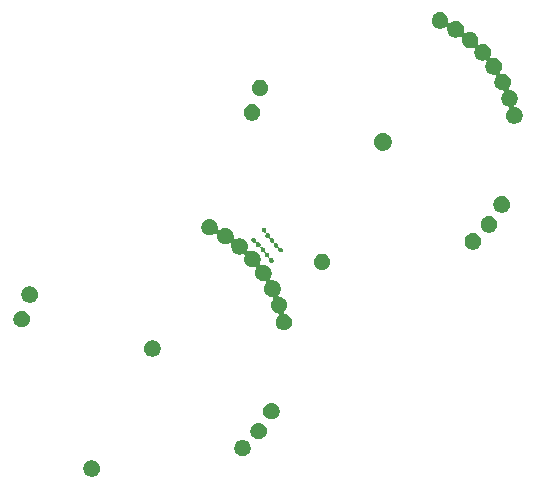
<source format=gbr>
G04 #@! TF.GenerationSoftware,KiCad,Pcbnew,5.0.2-bee76a0~70~ubuntu18.04.1*
G04 #@! TF.CreationDate,2019-06-04T20:48:53+02:00*
G04 #@! TF.ProjectId,lower_Sensor,6c6f7765-725f-4536-956e-736f722e6b69,rev?*
G04 #@! TF.SameCoordinates,Original*
G04 #@! TF.FileFunction,Soldermask,Bot*
G04 #@! TF.FilePolarity,Negative*
%FSLAX46Y46*%
G04 Gerber Fmt 4.6, Leading zero omitted, Abs format (unit mm)*
G04 Created by KiCad (PCBNEW 5.0.2-bee76a0~70~ubuntu18.04.1) date Di 04 Jun 2019 20:48:53 CEST*
%MOMM*%
%LPD*%
G01*
G04 APERTURE LIST*
%ADD10C,0.100000*%
G04 APERTURE END LIST*
D10*
G36*
X105068372Y-89485778D02*
X105195949Y-89538622D01*
X105310765Y-89615340D01*
X105408400Y-89712975D01*
X105485118Y-89827791D01*
X105537962Y-89955368D01*
X105564900Y-90090796D01*
X105564900Y-90228884D01*
X105537962Y-90364312D01*
X105485118Y-90491889D01*
X105408400Y-90606705D01*
X105310765Y-90704340D01*
X105195949Y-90781058D01*
X105068372Y-90833902D01*
X104932944Y-90860840D01*
X104794856Y-90860840D01*
X104659428Y-90833902D01*
X104531851Y-90781058D01*
X104417035Y-90704340D01*
X104319400Y-90606705D01*
X104242682Y-90491889D01*
X104189838Y-90364312D01*
X104162900Y-90228884D01*
X104162900Y-90090796D01*
X104189838Y-89955368D01*
X104242682Y-89827791D01*
X104319400Y-89712975D01*
X104417035Y-89615340D01*
X104531851Y-89538622D01*
X104659428Y-89485778D01*
X104794856Y-89458840D01*
X104932944Y-89458840D01*
X105068372Y-89485778D01*
X105068372Y-89485778D01*
G37*
G36*
X117831872Y-87745878D02*
X117959449Y-87798722D01*
X118074265Y-87875440D01*
X118171900Y-87973075D01*
X118248618Y-88087891D01*
X118301462Y-88215468D01*
X118328400Y-88350896D01*
X118328400Y-88488984D01*
X118301462Y-88624412D01*
X118248618Y-88751989D01*
X118171900Y-88866805D01*
X118074265Y-88964440D01*
X117959449Y-89041158D01*
X117831872Y-89094002D01*
X117696444Y-89120940D01*
X117558356Y-89120940D01*
X117422928Y-89094002D01*
X117295351Y-89041158D01*
X117180535Y-88964440D01*
X117082900Y-88866805D01*
X117006182Y-88751989D01*
X116953338Y-88624412D01*
X116926400Y-88488984D01*
X116926400Y-88350896D01*
X116953338Y-88215468D01*
X117006182Y-88087891D01*
X117082900Y-87973075D01*
X117180535Y-87875440D01*
X117295351Y-87798722D01*
X117422928Y-87745878D01*
X117558356Y-87718940D01*
X117696444Y-87718940D01*
X117831872Y-87745878D01*
X117831872Y-87745878D01*
G37*
G36*
X119193312Y-86310778D02*
X119320889Y-86363622D01*
X119435705Y-86440340D01*
X119533340Y-86537975D01*
X119610058Y-86652791D01*
X119662902Y-86780368D01*
X119689840Y-86915796D01*
X119689840Y-87053884D01*
X119662902Y-87189312D01*
X119610058Y-87316889D01*
X119533340Y-87431705D01*
X119435705Y-87529340D01*
X119320889Y-87606058D01*
X119193312Y-87658902D01*
X119057884Y-87685840D01*
X118919796Y-87685840D01*
X118784368Y-87658902D01*
X118656791Y-87606058D01*
X118541975Y-87529340D01*
X118444340Y-87431705D01*
X118367622Y-87316889D01*
X118314778Y-87189312D01*
X118287840Y-87053884D01*
X118287840Y-86915796D01*
X118314778Y-86780368D01*
X118367622Y-86652791D01*
X118444340Y-86537975D01*
X118541975Y-86440340D01*
X118656791Y-86363622D01*
X118784368Y-86310778D01*
X118919796Y-86283840D01*
X119057884Y-86283840D01*
X119193312Y-86310778D01*
X119193312Y-86310778D01*
G37*
G36*
X120282972Y-84629298D02*
X120410549Y-84682142D01*
X120525365Y-84758860D01*
X120623000Y-84856495D01*
X120699718Y-84971311D01*
X120752562Y-85098888D01*
X120779500Y-85234316D01*
X120779500Y-85372404D01*
X120752562Y-85507832D01*
X120699718Y-85635409D01*
X120623000Y-85750225D01*
X120525365Y-85847860D01*
X120410549Y-85924578D01*
X120282972Y-85977422D01*
X120147544Y-86004360D01*
X120009456Y-86004360D01*
X119874028Y-85977422D01*
X119746451Y-85924578D01*
X119631635Y-85847860D01*
X119534000Y-85750225D01*
X119457282Y-85635409D01*
X119404438Y-85507832D01*
X119377500Y-85372404D01*
X119377500Y-85234316D01*
X119404438Y-85098888D01*
X119457282Y-84971311D01*
X119534000Y-84856495D01*
X119631635Y-84758860D01*
X119746451Y-84682142D01*
X119874028Y-84629298D01*
X120009456Y-84602360D01*
X120147544Y-84602360D01*
X120282972Y-84629298D01*
X120282972Y-84629298D01*
G37*
G36*
X110204472Y-79325938D02*
X110332049Y-79378782D01*
X110446865Y-79455500D01*
X110544500Y-79553135D01*
X110621218Y-79667951D01*
X110674062Y-79795528D01*
X110701000Y-79930956D01*
X110701000Y-80069044D01*
X110674062Y-80204472D01*
X110621218Y-80332049D01*
X110544500Y-80446865D01*
X110446865Y-80544500D01*
X110332049Y-80621218D01*
X110204472Y-80674062D01*
X110069044Y-80701000D01*
X109930956Y-80701000D01*
X109795528Y-80674062D01*
X109667951Y-80621218D01*
X109553135Y-80544500D01*
X109455500Y-80446865D01*
X109378782Y-80332049D01*
X109325938Y-80204472D01*
X109299000Y-80069044D01*
X109299000Y-79930956D01*
X109325938Y-79795528D01*
X109378782Y-79667951D01*
X109455500Y-79553135D01*
X109553135Y-79455500D01*
X109667951Y-79378782D01*
X109795528Y-79325938D01*
X109930956Y-79299000D01*
X110069044Y-79299000D01*
X110204472Y-79325938D01*
X110204472Y-79325938D01*
G37*
G36*
X115040412Y-69051478D02*
X115167989Y-69104322D01*
X115282805Y-69181040D01*
X115380440Y-69278675D01*
X115457158Y-69393491D01*
X115510002Y-69521068D01*
X115536940Y-69656496D01*
X115536940Y-69794585D01*
X115534662Y-69806038D01*
X115532260Y-69830424D01*
X115534662Y-69854810D01*
X115541775Y-69878259D01*
X115553327Y-69899870D01*
X115568872Y-69918812D01*
X115587815Y-69934357D01*
X115609426Y-69945908D01*
X115632875Y-69953021D01*
X115657261Y-69955423D01*
X115681647Y-69953021D01*
X115705096Y-69945908D01*
X115726706Y-69934357D01*
X115839931Y-69858702D01*
X115967508Y-69805858D01*
X116102936Y-69778920D01*
X116241024Y-69778920D01*
X116376452Y-69805858D01*
X116504029Y-69858702D01*
X116618845Y-69935420D01*
X116716480Y-70033055D01*
X116793198Y-70147871D01*
X116846042Y-70275448D01*
X116872980Y-70410876D01*
X116872980Y-70548964D01*
X116859676Y-70615848D01*
X116857274Y-70640234D01*
X116859676Y-70664620D01*
X116866789Y-70688070D01*
X116878340Y-70709680D01*
X116893886Y-70728622D01*
X116912828Y-70744168D01*
X116934439Y-70755719D01*
X116957888Y-70762832D01*
X116982274Y-70765234D01*
X117006660Y-70762832D01*
X117030110Y-70755719D01*
X117040554Y-70750137D01*
X117046431Y-70747703D01*
X117046432Y-70747702D01*
X117138225Y-70709680D01*
X117174008Y-70694858D01*
X117309436Y-70667920D01*
X117447524Y-70667920D01*
X117582952Y-70694858D01*
X117710529Y-70747702D01*
X117825345Y-70824420D01*
X117922980Y-70922055D01*
X117999698Y-71036871D01*
X118052542Y-71164448D01*
X118079480Y-71299876D01*
X118079480Y-71437964D01*
X118052542Y-71573391D01*
X118039367Y-71605199D01*
X118032254Y-71628648D01*
X118029852Y-71653034D01*
X118032254Y-71677421D01*
X118039367Y-71700870D01*
X118050918Y-71722481D01*
X118066463Y-71741423D01*
X118085405Y-71756968D01*
X118107016Y-71768520D01*
X118130465Y-71775633D01*
X118154851Y-71778035D01*
X118179238Y-71775633D01*
X118202687Y-71768520D01*
X118256046Y-71746418D01*
X118391476Y-71719480D01*
X118529564Y-71719480D01*
X118664992Y-71746418D01*
X118792569Y-71799262D01*
X118907385Y-71875980D01*
X119005020Y-71973615D01*
X119081738Y-72088431D01*
X119134582Y-72216008D01*
X119161520Y-72351436D01*
X119161520Y-72489524D01*
X119134582Y-72624954D01*
X119079702Y-72757446D01*
X119072589Y-72780895D01*
X119070187Y-72805281D01*
X119072589Y-72829667D01*
X119079702Y-72853117D01*
X119091253Y-72874727D01*
X119106799Y-72893669D01*
X119125741Y-72909215D01*
X119147352Y-72920766D01*
X119170801Y-72927879D01*
X119195187Y-72930281D01*
X119219573Y-72927879D01*
X119331276Y-72905660D01*
X119469364Y-72905660D01*
X119604792Y-72932598D01*
X119732369Y-72985442D01*
X119847185Y-73062160D01*
X119944820Y-73159795D01*
X120021538Y-73274611D01*
X120074382Y-73402188D01*
X120101320Y-73537616D01*
X120101320Y-73675704D01*
X120074382Y-73811132D01*
X120021538Y-73938709D01*
X119948630Y-74047823D01*
X119937079Y-74069433D01*
X119929966Y-74092883D01*
X119927564Y-74117269D01*
X119929966Y-74141655D01*
X119937079Y-74165104D01*
X119948630Y-74186715D01*
X119964176Y-74205657D01*
X119983118Y-74221203D01*
X120004728Y-74232754D01*
X120028178Y-74239867D01*
X120052564Y-74242269D01*
X120076948Y-74239868D01*
X120093278Y-74236620D01*
X120231364Y-74236620D01*
X120366792Y-74263558D01*
X120494369Y-74316402D01*
X120609185Y-74393120D01*
X120706820Y-74490755D01*
X120783538Y-74605571D01*
X120836382Y-74733148D01*
X120863320Y-74868576D01*
X120863320Y-75006664D01*
X120836382Y-75142092D01*
X120783538Y-75269669D01*
X120706820Y-75384485D01*
X120691393Y-75399912D01*
X120675847Y-75418854D01*
X120664296Y-75440465D01*
X120657183Y-75463914D01*
X120654781Y-75488300D01*
X120657183Y-75512686D01*
X120664296Y-75536135D01*
X120675847Y-75557746D01*
X120691393Y-75576688D01*
X120710335Y-75592234D01*
X120731946Y-75603785D01*
X120755395Y-75610898D01*
X120779781Y-75613300D01*
X120800324Y-75613300D01*
X120935752Y-75640238D01*
X121063329Y-75693082D01*
X121178145Y-75769800D01*
X121275780Y-75867435D01*
X121352498Y-75982251D01*
X121405342Y-76109828D01*
X121432280Y-76245256D01*
X121432280Y-76383344D01*
X121405342Y-76518772D01*
X121352498Y-76646349D01*
X121275780Y-76761165D01*
X121172736Y-76864209D01*
X121157190Y-76883151D01*
X121145639Y-76904762D01*
X121138526Y-76928211D01*
X121136124Y-76952597D01*
X121138526Y-76976983D01*
X121145639Y-77000432D01*
X121157190Y-77022043D01*
X121172736Y-77040985D01*
X121191678Y-77056531D01*
X121213289Y-77068082D01*
X121236738Y-77075195D01*
X121339611Y-77095658D01*
X121339613Y-77095659D01*
X121339614Y-77095659D01*
X121367083Y-77107037D01*
X121467189Y-77148502D01*
X121582005Y-77225220D01*
X121679640Y-77322855D01*
X121756358Y-77437671D01*
X121809202Y-77565248D01*
X121836140Y-77700676D01*
X121836140Y-77838764D01*
X121809202Y-77974192D01*
X121756358Y-78101769D01*
X121679640Y-78216585D01*
X121582005Y-78314220D01*
X121467189Y-78390938D01*
X121339612Y-78443782D01*
X121204184Y-78470720D01*
X121066096Y-78470720D01*
X120930668Y-78443782D01*
X120803091Y-78390938D01*
X120688275Y-78314220D01*
X120590640Y-78216585D01*
X120513922Y-78101769D01*
X120461078Y-77974192D01*
X120434140Y-77838764D01*
X120434140Y-77700676D01*
X120461078Y-77565248D01*
X120513922Y-77437671D01*
X120590640Y-77322855D01*
X120693684Y-77219811D01*
X120709230Y-77200869D01*
X120720781Y-77179258D01*
X120727894Y-77155809D01*
X120730296Y-77131423D01*
X120727894Y-77107037D01*
X120720781Y-77083588D01*
X120709230Y-77061977D01*
X120693684Y-77043035D01*
X120674742Y-77027489D01*
X120653131Y-77015938D01*
X120629682Y-77008825D01*
X120526809Y-76988362D01*
X120526807Y-76988361D01*
X120526806Y-76988361D01*
X120479682Y-76968841D01*
X120399231Y-76935518D01*
X120284415Y-76858800D01*
X120186780Y-76761165D01*
X120110062Y-76646349D01*
X120057218Y-76518772D01*
X120030280Y-76383344D01*
X120030280Y-76245256D01*
X120057218Y-76109828D01*
X120110062Y-75982251D01*
X120186780Y-75867435D01*
X120202207Y-75852008D01*
X120217753Y-75833066D01*
X120229304Y-75811455D01*
X120236417Y-75788006D01*
X120238819Y-75763620D01*
X120236417Y-75739234D01*
X120229304Y-75715785D01*
X120217753Y-75694174D01*
X120202207Y-75675232D01*
X120183265Y-75659686D01*
X120161654Y-75648135D01*
X120138205Y-75641022D01*
X120113819Y-75638620D01*
X120093276Y-75638620D01*
X119957848Y-75611682D01*
X119830271Y-75558838D01*
X119715455Y-75482120D01*
X119617820Y-75384485D01*
X119541102Y-75269669D01*
X119488258Y-75142092D01*
X119461320Y-75006664D01*
X119461320Y-74868576D01*
X119488258Y-74733148D01*
X119541102Y-74605571D01*
X119614010Y-74496457D01*
X119625561Y-74474847D01*
X119632674Y-74451397D01*
X119635076Y-74427011D01*
X119632674Y-74402625D01*
X119625561Y-74379176D01*
X119614010Y-74357565D01*
X119598464Y-74338623D01*
X119579522Y-74323077D01*
X119557912Y-74311526D01*
X119534462Y-74304413D01*
X119510076Y-74302011D01*
X119485692Y-74304412D01*
X119469362Y-74307660D01*
X119331276Y-74307660D01*
X119195848Y-74280722D01*
X119068271Y-74227878D01*
X118953455Y-74151160D01*
X118855820Y-74053525D01*
X118779102Y-73938709D01*
X118726258Y-73811132D01*
X118699320Y-73675704D01*
X118699320Y-73537616D01*
X118726258Y-73402186D01*
X118781138Y-73269694D01*
X118788251Y-73246245D01*
X118790653Y-73221859D01*
X118788251Y-73197473D01*
X118781138Y-73174023D01*
X118769587Y-73152413D01*
X118754041Y-73133471D01*
X118735099Y-73117925D01*
X118713488Y-73106374D01*
X118690039Y-73099261D01*
X118665653Y-73096859D01*
X118641267Y-73099261D01*
X118529564Y-73121480D01*
X118391476Y-73121480D01*
X118256048Y-73094542D01*
X118128471Y-73041698D01*
X118013655Y-72964980D01*
X117916020Y-72867345D01*
X117839302Y-72752529D01*
X117786458Y-72624952D01*
X117759520Y-72489524D01*
X117759520Y-72351436D01*
X117786458Y-72216009D01*
X117787409Y-72213714D01*
X117799633Y-72184201D01*
X117806746Y-72160752D01*
X117809148Y-72136366D01*
X117806746Y-72111979D01*
X117799633Y-72088530D01*
X117788082Y-72066919D01*
X117772537Y-72047977D01*
X117753595Y-72032432D01*
X117731984Y-72020880D01*
X117708535Y-72013767D01*
X117684149Y-72011365D01*
X117659762Y-72013767D01*
X117636313Y-72020880D01*
X117582954Y-72042982D01*
X117447524Y-72069920D01*
X117309436Y-72069920D01*
X117174008Y-72042982D01*
X117046431Y-71990138D01*
X116931615Y-71913420D01*
X116833980Y-71815785D01*
X116757262Y-71700969D01*
X116704418Y-71573392D01*
X116677480Y-71437964D01*
X116677480Y-71299876D01*
X116690784Y-71232992D01*
X116693186Y-71208606D01*
X116690784Y-71184220D01*
X116683671Y-71160770D01*
X116672120Y-71139160D01*
X116656574Y-71120218D01*
X116637632Y-71104672D01*
X116616021Y-71093121D01*
X116592572Y-71086008D01*
X116568186Y-71083606D01*
X116543800Y-71086008D01*
X116520350Y-71093121D01*
X116509906Y-71098703D01*
X116504029Y-71101137D01*
X116504028Y-71101138D01*
X116495496Y-71104672D01*
X116376452Y-71153982D01*
X116241024Y-71180920D01*
X116102936Y-71180920D01*
X115967508Y-71153982D01*
X115839931Y-71101138D01*
X115725115Y-71024420D01*
X115627480Y-70926785D01*
X115550762Y-70811969D01*
X115497918Y-70684392D01*
X115470980Y-70548964D01*
X115470980Y-70410875D01*
X115473258Y-70399422D01*
X115475660Y-70375036D01*
X115473258Y-70350650D01*
X115466145Y-70327201D01*
X115454593Y-70305590D01*
X115439048Y-70286648D01*
X115420105Y-70271103D01*
X115398494Y-70259552D01*
X115375045Y-70252439D01*
X115350659Y-70250037D01*
X115326273Y-70252439D01*
X115302824Y-70259552D01*
X115281214Y-70271103D01*
X115167989Y-70346758D01*
X115040412Y-70399602D01*
X114904984Y-70426540D01*
X114766896Y-70426540D01*
X114631468Y-70399602D01*
X114503891Y-70346758D01*
X114389075Y-70270040D01*
X114291440Y-70172405D01*
X114214722Y-70057589D01*
X114161878Y-69930012D01*
X114134940Y-69794584D01*
X114134940Y-69656496D01*
X114161878Y-69521068D01*
X114214722Y-69393491D01*
X114291440Y-69278675D01*
X114389075Y-69181040D01*
X114503891Y-69104322D01*
X114631468Y-69051478D01*
X114766896Y-69024540D01*
X114904984Y-69024540D01*
X115040412Y-69051478D01*
X115040412Y-69051478D01*
G37*
G36*
X99132392Y-76831498D02*
X99259969Y-76884342D01*
X99374785Y-76961060D01*
X99472420Y-77058695D01*
X99549138Y-77173511D01*
X99601982Y-77301088D01*
X99628920Y-77436516D01*
X99628920Y-77574604D01*
X99601982Y-77710032D01*
X99549138Y-77837609D01*
X99472420Y-77952425D01*
X99374785Y-78050060D01*
X99259969Y-78126778D01*
X99132392Y-78179622D01*
X98996964Y-78206560D01*
X98858876Y-78206560D01*
X98723448Y-78179622D01*
X98595871Y-78126778D01*
X98481055Y-78050060D01*
X98383420Y-77952425D01*
X98306702Y-77837609D01*
X98253858Y-77710032D01*
X98226920Y-77574604D01*
X98226920Y-77436516D01*
X98253858Y-77301088D01*
X98306702Y-77173511D01*
X98383420Y-77058695D01*
X98481055Y-76961060D01*
X98595871Y-76884342D01*
X98723448Y-76831498D01*
X98858876Y-76804560D01*
X98996964Y-76804560D01*
X99132392Y-76831498D01*
X99132392Y-76831498D01*
G37*
G36*
X99815652Y-74756318D02*
X99943229Y-74809162D01*
X100058045Y-74885880D01*
X100155680Y-74983515D01*
X100232398Y-75098331D01*
X100285242Y-75225908D01*
X100312180Y-75361336D01*
X100312180Y-75499424D01*
X100285242Y-75634852D01*
X100232398Y-75762429D01*
X100155680Y-75877245D01*
X100058045Y-75974880D01*
X99943229Y-76051598D01*
X99815652Y-76104442D01*
X99680224Y-76131380D01*
X99542136Y-76131380D01*
X99406708Y-76104442D01*
X99279131Y-76051598D01*
X99164315Y-75974880D01*
X99066680Y-75877245D01*
X98989962Y-75762429D01*
X98937118Y-75634852D01*
X98910180Y-75499424D01*
X98910180Y-75361336D01*
X98937118Y-75225908D01*
X98989962Y-75098331D01*
X99066680Y-74983515D01*
X99164315Y-74885880D01*
X99279131Y-74809162D01*
X99406708Y-74756318D01*
X99542136Y-74729380D01*
X99680224Y-74729380D01*
X99815652Y-74756318D01*
X99815652Y-74756318D01*
G37*
G36*
X124568372Y-71985778D02*
X124695949Y-72038622D01*
X124810765Y-72115340D01*
X124908400Y-72212975D01*
X124985118Y-72327791D01*
X125037962Y-72455368D01*
X125064900Y-72590796D01*
X125064900Y-72728884D01*
X125037962Y-72864312D01*
X124985118Y-72991889D01*
X124908400Y-73106705D01*
X124810765Y-73204340D01*
X124695949Y-73281058D01*
X124568372Y-73333902D01*
X124432944Y-73360840D01*
X124294856Y-73360840D01*
X124159428Y-73333902D01*
X124031851Y-73281058D01*
X123917035Y-73204340D01*
X123819400Y-73106705D01*
X123742682Y-72991889D01*
X123689838Y-72864312D01*
X123662900Y-72728884D01*
X123662900Y-72590796D01*
X123689838Y-72455368D01*
X123742682Y-72327791D01*
X123819400Y-72212975D01*
X123917035Y-72115340D01*
X124031851Y-72038622D01*
X124159428Y-71985778D01*
X124294856Y-71958840D01*
X124432944Y-71958840D01*
X124568372Y-71985778D01*
X124568372Y-71985778D01*
G37*
G36*
X118598402Y-70627536D02*
X118633846Y-70634586D01*
X118670425Y-70649738D01*
X118670427Y-70649739D01*
X118676699Y-70653930D01*
X118692698Y-70664620D01*
X118703347Y-70671736D01*
X118731342Y-70699731D01*
X118749866Y-70727453D01*
X118753340Y-70732653D01*
X118768492Y-70769232D01*
X118776216Y-70808065D01*
X118776216Y-70847659D01*
X118770791Y-70874932D01*
X118768390Y-70899311D01*
X118770792Y-70923697D01*
X118777905Y-70947146D01*
X118789456Y-70968757D01*
X118805001Y-70987700D01*
X118823943Y-71003245D01*
X118845553Y-71014796D01*
X118869003Y-71021910D01*
X118893389Y-71024312D01*
X118917776Y-71021910D01*
X118947252Y-71016047D01*
X118986848Y-71016047D01*
X118996555Y-71017978D01*
X119025680Y-71023771D01*
X119062259Y-71038923D01*
X119062261Y-71038924D01*
X119077131Y-71048860D01*
X119095180Y-71060920D01*
X119123177Y-71088917D01*
X119131343Y-71101138D01*
X119144469Y-71120782D01*
X119145174Y-71121838D01*
X119160326Y-71158417D01*
X119168050Y-71197250D01*
X119168050Y-71236844D01*
X119160327Y-71275674D01*
X119160326Y-71275676D01*
X119158624Y-71279785D01*
X119151510Y-71303234D01*
X119149108Y-71327620D01*
X119151509Y-71352006D01*
X119158622Y-71375455D01*
X119170173Y-71397066D01*
X119185718Y-71416009D01*
X119204660Y-71431554D01*
X119226271Y-71443106D01*
X119249720Y-71450220D01*
X119274106Y-71452622D01*
X119298493Y-71450220D01*
X119326829Y-71444584D01*
X119366426Y-71444584D01*
X119376133Y-71446515D01*
X119405258Y-71452308D01*
X119441837Y-71467460D01*
X119441839Y-71467461D01*
X119450664Y-71473358D01*
X119472533Y-71487970D01*
X119474759Y-71489458D01*
X119502754Y-71517453D01*
X119522370Y-71546809D01*
X119524752Y-71550375D01*
X119539904Y-71586954D01*
X119547628Y-71625787D01*
X119547628Y-71665381D01*
X119539905Y-71704211D01*
X119539904Y-71704213D01*
X119534785Y-71716571D01*
X119527671Y-71740020D01*
X119525269Y-71764406D01*
X119527670Y-71788792D01*
X119534783Y-71812241D01*
X119546334Y-71833853D01*
X119561879Y-71852795D01*
X119580821Y-71868341D01*
X119602432Y-71879892D01*
X119625881Y-71887006D01*
X119650267Y-71889408D01*
X119674652Y-71887006D01*
X119686831Y-71884584D01*
X119726426Y-71884584D01*
X119736133Y-71886515D01*
X119765258Y-71892308D01*
X119801837Y-71907460D01*
X119801839Y-71907461D01*
X119834759Y-71929458D01*
X119862754Y-71957453D01*
X119881681Y-71985778D01*
X119884752Y-71990375D01*
X119899904Y-72026954D01*
X119907628Y-72065787D01*
X119907628Y-72105381D01*
X119899904Y-72144214D01*
X119885756Y-72178368D01*
X119878643Y-72201817D01*
X119876241Y-72226203D01*
X119878643Y-72250590D01*
X119885756Y-72274039D01*
X119897307Y-72295650D01*
X119912852Y-72314592D01*
X119931794Y-72330137D01*
X119953405Y-72341689D01*
X119976854Y-72348802D01*
X120001240Y-72351204D01*
X120025620Y-72348803D01*
X120046831Y-72344584D01*
X120086426Y-72344584D01*
X120096133Y-72346515D01*
X120125258Y-72352308D01*
X120161837Y-72367460D01*
X120161839Y-72367461D01*
X120178410Y-72378534D01*
X120194758Y-72389457D01*
X120222755Y-72417454D01*
X120244752Y-72450375D01*
X120259904Y-72486954D01*
X120267628Y-72525787D01*
X120267628Y-72565381D01*
X120259904Y-72604214D01*
X120244752Y-72640793D01*
X120244751Y-72640795D01*
X120222754Y-72673715D01*
X120194759Y-72701710D01*
X120161839Y-72723707D01*
X120161838Y-72723708D01*
X120161837Y-72723708D01*
X120125258Y-72738860D01*
X120096133Y-72744653D01*
X120086426Y-72746584D01*
X120046830Y-72746584D01*
X120037123Y-72744653D01*
X120007998Y-72738860D01*
X119971419Y-72723708D01*
X119971418Y-72723708D01*
X119971417Y-72723707D01*
X119938497Y-72701710D01*
X119910502Y-72673715D01*
X119888505Y-72640795D01*
X119888504Y-72640793D01*
X119873352Y-72604214D01*
X119865628Y-72565381D01*
X119865628Y-72525787D01*
X119873352Y-72486954D01*
X119887501Y-72452795D01*
X119894613Y-72429351D01*
X119897015Y-72404965D01*
X119894613Y-72380578D01*
X119887500Y-72357129D01*
X119875949Y-72335518D01*
X119860404Y-72316576D01*
X119841462Y-72301031D01*
X119819851Y-72289479D01*
X119796402Y-72282366D01*
X119772016Y-72279964D01*
X119747636Y-72282365D01*
X119726425Y-72286584D01*
X119686830Y-72286584D01*
X119677123Y-72284653D01*
X119647998Y-72278860D01*
X119611419Y-72263708D01*
X119611418Y-72263708D01*
X119611417Y-72263707D01*
X119594846Y-72252634D01*
X119578498Y-72241711D01*
X119550501Y-72213714D01*
X119528504Y-72180793D01*
X119513352Y-72144214D01*
X119505628Y-72105381D01*
X119505628Y-72065787D01*
X119513352Y-72026954D01*
X119518472Y-72014593D01*
X119525585Y-71991148D01*
X119527987Y-71966762D01*
X119525586Y-71942376D01*
X119518473Y-71918927D01*
X119506922Y-71897315D01*
X119491377Y-71878373D01*
X119472435Y-71862827D01*
X119450824Y-71851276D01*
X119427375Y-71844162D01*
X119402989Y-71841760D01*
X119378604Y-71844162D01*
X119366425Y-71846584D01*
X119326830Y-71846584D01*
X119314654Y-71844162D01*
X119287998Y-71838860D01*
X119251419Y-71823708D01*
X119251418Y-71823708D01*
X119251417Y-71823707D01*
X119218497Y-71801710D01*
X119190502Y-71773715D01*
X119187031Y-71768520D01*
X119168504Y-71740793D01*
X119153352Y-71704214D01*
X119145628Y-71665381D01*
X119145628Y-71625787D01*
X119153352Y-71586954D01*
X119155055Y-71582843D01*
X119162168Y-71559397D01*
X119164570Y-71535011D01*
X119162169Y-71510625D01*
X119155056Y-71487176D01*
X119143505Y-71465565D01*
X119127960Y-71446622D01*
X119109018Y-71431077D01*
X119087407Y-71419525D01*
X119063958Y-71412411D01*
X119039572Y-71410009D01*
X119015185Y-71412411D01*
X118986849Y-71418047D01*
X118947252Y-71418047D01*
X118937007Y-71416009D01*
X118908420Y-71410323D01*
X118871841Y-71395171D01*
X118871840Y-71395171D01*
X118871839Y-71395170D01*
X118838919Y-71373173D01*
X118810924Y-71345178D01*
X118804483Y-71335538D01*
X118788926Y-71312256D01*
X118773774Y-71275677D01*
X118766050Y-71236844D01*
X118766050Y-71197250D01*
X118771475Y-71169977D01*
X118773876Y-71145598D01*
X118771474Y-71121212D01*
X118764361Y-71097763D01*
X118752810Y-71076152D01*
X118737265Y-71057209D01*
X118718323Y-71041664D01*
X118696713Y-71030113D01*
X118673263Y-71022999D01*
X118648877Y-71020597D01*
X118624490Y-71022999D01*
X118595014Y-71028862D01*
X118555418Y-71028862D01*
X118545711Y-71026931D01*
X118516586Y-71021138D01*
X118480007Y-71005986D01*
X118480006Y-71005986D01*
X118480005Y-71005985D01*
X118447085Y-70983988D01*
X118419090Y-70955993D01*
X118416870Y-70952670D01*
X118408166Y-70939644D01*
X118397093Y-70923073D01*
X118397092Y-70923071D01*
X118381940Y-70886492D01*
X118374216Y-70847659D01*
X118374216Y-70808065D01*
X118381940Y-70769232D01*
X118397092Y-70732653D01*
X118400567Y-70727453D01*
X118419090Y-70699731D01*
X118447085Y-70671736D01*
X118457735Y-70664620D01*
X118473733Y-70653930D01*
X118480005Y-70649739D01*
X118480007Y-70649738D01*
X118516586Y-70634586D01*
X118552030Y-70627536D01*
X118555418Y-70626862D01*
X118595014Y-70626862D01*
X118598402Y-70627536D01*
X118598402Y-70627536D01*
G37*
G36*
X119477369Y-69781727D02*
X119506494Y-69787520D01*
X119543073Y-69802672D01*
X119543075Y-69802673D01*
X119547843Y-69805859D01*
X119575994Y-69824669D01*
X119603991Y-69852666D01*
X119625988Y-69885587D01*
X119641140Y-69922166D01*
X119648864Y-69960999D01*
X119648864Y-70000593D01*
X119641140Y-70039426D01*
X119633617Y-70057588D01*
X119632442Y-70060423D01*
X119625328Y-70083872D01*
X119622926Y-70108258D01*
X119625327Y-70132644D01*
X119632440Y-70156093D01*
X119643991Y-70177704D01*
X119659536Y-70196647D01*
X119678478Y-70212192D01*
X119700089Y-70223744D01*
X119723538Y-70230858D01*
X119747926Y-70233260D01*
X119782894Y-70233260D01*
X119792601Y-70235191D01*
X119821726Y-70240984D01*
X119858305Y-70256136D01*
X119858307Y-70256137D01*
X119874878Y-70267210D01*
X119887208Y-70275448D01*
X119891227Y-70278134D01*
X119919222Y-70306129D01*
X119935964Y-70331184D01*
X119941220Y-70339051D01*
X119956372Y-70375630D01*
X119961104Y-70399422D01*
X119964096Y-70414462D01*
X119964096Y-70454058D01*
X119954385Y-70502880D01*
X119953148Y-70506959D01*
X119950749Y-70531346D01*
X119953154Y-70555732D01*
X119960271Y-70579180D01*
X119971825Y-70600789D01*
X119987373Y-70619729D01*
X120006317Y-70635272D01*
X120027929Y-70646820D01*
X120051379Y-70653930D01*
X120075766Y-70656329D01*
X120093466Y-70654584D01*
X120136426Y-70654584D01*
X120145198Y-70656329D01*
X120175258Y-70662308D01*
X120211837Y-70677460D01*
X120211839Y-70677461D01*
X120222212Y-70684392D01*
X120244758Y-70699457D01*
X120272755Y-70727454D01*
X120294752Y-70760375D01*
X120309904Y-70796954D01*
X120315367Y-70824418D01*
X120317628Y-70835786D01*
X120317628Y-70875382D01*
X120307917Y-70924204D01*
X120306680Y-70928283D01*
X120304281Y-70952670D01*
X120306686Y-70977056D01*
X120313803Y-71000504D01*
X120325357Y-71022113D01*
X120340905Y-71041053D01*
X120359849Y-71056596D01*
X120381461Y-71068144D01*
X120404911Y-71075254D01*
X120429298Y-71077653D01*
X120447003Y-71075908D01*
X120489959Y-71075908D01*
X120498731Y-71077653D01*
X120528791Y-71083632D01*
X120562905Y-71097763D01*
X120565372Y-71098785D01*
X120568893Y-71101138D01*
X120598291Y-71120781D01*
X120626288Y-71148778D01*
X120634301Y-71160770D01*
X120647765Y-71180920D01*
X120648285Y-71181699D01*
X120663437Y-71218278D01*
X120671161Y-71257111D01*
X120671161Y-71296705D01*
X120665736Y-71323978D01*
X120663335Y-71348357D01*
X120665737Y-71372743D01*
X120672850Y-71396192D01*
X120684401Y-71417803D01*
X120699946Y-71436746D01*
X120718888Y-71452291D01*
X120740498Y-71463842D01*
X120763948Y-71470956D01*
X120788334Y-71473358D01*
X120812717Y-71470957D01*
X120842200Y-71465093D01*
X120881795Y-71465093D01*
X120891502Y-71467024D01*
X120920627Y-71472817D01*
X120957206Y-71487969D01*
X120957208Y-71487970D01*
X120973779Y-71499043D01*
X120990127Y-71509966D01*
X121018124Y-71537963D01*
X121040121Y-71570884D01*
X121055273Y-71607463D01*
X121062997Y-71646296D01*
X121062997Y-71685890D01*
X121055273Y-71724723D01*
X121040121Y-71761302D01*
X121018124Y-71794223D01*
X120990127Y-71822220D01*
X120987900Y-71823708D01*
X120957208Y-71844216D01*
X120957207Y-71844217D01*
X120957206Y-71844217D01*
X120920627Y-71859369D01*
X120891502Y-71865162D01*
X120881795Y-71867093D01*
X120842199Y-71867093D01*
X120832492Y-71865162D01*
X120803367Y-71859369D01*
X120766788Y-71844217D01*
X120766787Y-71844217D01*
X120766786Y-71844216D01*
X120736094Y-71823708D01*
X120733867Y-71822220D01*
X120705870Y-71794223D01*
X120683873Y-71761302D01*
X120668721Y-71724723D01*
X120660997Y-71685890D01*
X120660997Y-71646296D01*
X120666422Y-71619023D01*
X120668823Y-71594644D01*
X120666421Y-71570258D01*
X120659308Y-71546809D01*
X120647757Y-71525198D01*
X120632212Y-71506255D01*
X120613270Y-71490710D01*
X120591660Y-71479159D01*
X120568210Y-71472045D01*
X120543824Y-71469643D01*
X120519441Y-71472044D01*
X120489958Y-71477908D01*
X120450363Y-71477908D01*
X120440656Y-71475977D01*
X120411531Y-71470184D01*
X120374952Y-71455032D01*
X120374951Y-71455032D01*
X120374950Y-71455031D01*
X120342030Y-71433034D01*
X120314035Y-71405039D01*
X120307441Y-71395170D01*
X120292743Y-71373174D01*
X120292038Y-71372119D01*
X120289837Y-71366805D01*
X120276885Y-71335538D01*
X120269161Y-71296705D01*
X120269161Y-71257111D01*
X120276885Y-71218278D01*
X120278872Y-71208288D01*
X120280109Y-71204209D01*
X120282508Y-71179822D01*
X120280103Y-71155436D01*
X120272986Y-71131988D01*
X120261432Y-71110379D01*
X120245884Y-71091439D01*
X120226940Y-71075896D01*
X120205328Y-71064348D01*
X120181878Y-71057238D01*
X120157491Y-71054839D01*
X120139786Y-71056584D01*
X120096830Y-71056584D01*
X120087123Y-71054653D01*
X120057998Y-71048860D01*
X120021419Y-71033708D01*
X120021418Y-71033708D01*
X120021417Y-71033707D01*
X120001797Y-71020597D01*
X119988498Y-71011711D01*
X119960501Y-70983714D01*
X119949578Y-70967366D01*
X119938505Y-70950795D01*
X119938504Y-70950793D01*
X119923352Y-70914214D01*
X119915628Y-70875381D01*
X119915628Y-70835787D01*
X119923352Y-70796954D01*
X119925339Y-70786964D01*
X119926576Y-70782885D01*
X119928975Y-70758498D01*
X119926570Y-70734112D01*
X119919453Y-70710664D01*
X119907899Y-70689055D01*
X119892351Y-70670115D01*
X119873407Y-70654572D01*
X119851795Y-70643024D01*
X119828345Y-70635914D01*
X119803958Y-70633515D01*
X119786258Y-70635260D01*
X119743298Y-70635260D01*
X119733591Y-70633329D01*
X119704466Y-70627536D01*
X119667887Y-70612384D01*
X119667886Y-70612384D01*
X119667885Y-70612383D01*
X119634965Y-70590386D01*
X119606970Y-70562391D01*
X119584973Y-70529471D01*
X119584972Y-70529469D01*
X119569820Y-70492890D01*
X119562096Y-70454057D01*
X119562096Y-70414463D01*
X119569820Y-70375630D01*
X119578519Y-70354629D01*
X119585632Y-70331184D01*
X119588034Y-70306798D01*
X119585633Y-70282412D01*
X119578520Y-70258963D01*
X119566969Y-70237352D01*
X119551424Y-70218409D01*
X119532482Y-70202864D01*
X119510871Y-70191312D01*
X119487422Y-70184198D01*
X119463034Y-70181796D01*
X119428066Y-70181796D01*
X119418359Y-70179865D01*
X119389234Y-70174072D01*
X119352655Y-70158920D01*
X119352654Y-70158920D01*
X119352653Y-70158919D01*
X119319733Y-70136922D01*
X119291738Y-70108927D01*
X119269741Y-70076007D01*
X119262112Y-70057589D01*
X119254588Y-70039426D01*
X119246864Y-70000593D01*
X119246864Y-69960999D01*
X119254588Y-69922166D01*
X119269740Y-69885587D01*
X119291737Y-69852666D01*
X119319734Y-69824669D01*
X119347885Y-69805859D01*
X119352653Y-69802673D01*
X119352655Y-69802672D01*
X119389234Y-69787520D01*
X119418359Y-69781727D01*
X119428066Y-69779796D01*
X119467662Y-69779796D01*
X119477369Y-69781727D01*
X119477369Y-69781727D01*
G37*
G36*
X137331872Y-70245878D02*
X137459449Y-70298722D01*
X137574265Y-70375440D01*
X137671900Y-70473075D01*
X137748618Y-70587891D01*
X137801462Y-70715468D01*
X137828400Y-70850896D01*
X137828400Y-70988984D01*
X137801462Y-71124412D01*
X137748618Y-71251989D01*
X137671900Y-71366805D01*
X137574265Y-71464440D01*
X137459449Y-71541158D01*
X137331872Y-71594002D01*
X137196444Y-71620940D01*
X137058356Y-71620940D01*
X136922928Y-71594002D01*
X136795351Y-71541158D01*
X136680535Y-71464440D01*
X136582900Y-71366805D01*
X136506182Y-71251989D01*
X136453338Y-71124412D01*
X136426400Y-70988984D01*
X136426400Y-70850896D01*
X136453338Y-70715468D01*
X136506182Y-70587891D01*
X136582900Y-70473075D01*
X136680535Y-70375440D01*
X136795351Y-70298722D01*
X136922928Y-70245878D01*
X137058356Y-70218940D01*
X137196444Y-70218940D01*
X137331872Y-70245878D01*
X137331872Y-70245878D01*
G37*
G36*
X138693312Y-68810778D02*
X138820889Y-68863622D01*
X138935705Y-68940340D01*
X139033340Y-69037975D01*
X139110058Y-69152791D01*
X139162902Y-69280368D01*
X139189840Y-69415796D01*
X139189840Y-69553884D01*
X139162902Y-69689312D01*
X139110058Y-69816889D01*
X139033340Y-69931705D01*
X138935705Y-70029340D01*
X138820889Y-70106058D01*
X138693312Y-70158902D01*
X138557884Y-70185840D01*
X138419796Y-70185840D01*
X138284368Y-70158902D01*
X138156791Y-70106058D01*
X138041975Y-70029340D01*
X137944340Y-69931705D01*
X137867622Y-69816889D01*
X137814778Y-69689312D01*
X137787840Y-69553884D01*
X137787840Y-69415796D01*
X137814778Y-69280368D01*
X137867622Y-69152791D01*
X137944340Y-69037975D01*
X138041975Y-68940340D01*
X138156791Y-68863622D01*
X138284368Y-68810778D01*
X138419796Y-68783840D01*
X138557884Y-68783840D01*
X138693312Y-68810778D01*
X138693312Y-68810778D01*
G37*
G36*
X139782972Y-67129298D02*
X139910549Y-67182142D01*
X140025365Y-67258860D01*
X140123000Y-67356495D01*
X140199718Y-67471311D01*
X140252562Y-67598888D01*
X140279500Y-67734316D01*
X140279500Y-67872404D01*
X140252562Y-68007832D01*
X140199718Y-68135409D01*
X140123000Y-68250225D01*
X140025365Y-68347860D01*
X139910549Y-68424578D01*
X139782972Y-68477422D01*
X139647544Y-68504360D01*
X139509456Y-68504360D01*
X139374028Y-68477422D01*
X139246451Y-68424578D01*
X139131635Y-68347860D01*
X139034000Y-68250225D01*
X138957282Y-68135409D01*
X138904438Y-68007832D01*
X138877500Y-67872404D01*
X138877500Y-67734316D01*
X138904438Y-67598888D01*
X138957282Y-67471311D01*
X139034000Y-67356495D01*
X139131635Y-67258860D01*
X139246451Y-67182142D01*
X139374028Y-67129298D01*
X139509456Y-67102360D01*
X139647544Y-67102360D01*
X139782972Y-67129298D01*
X139782972Y-67129298D01*
G37*
G36*
X129632004Y-61760544D02*
X129719059Y-61777860D01*
X129855732Y-61834472D01*
X129855733Y-61834473D01*
X129978738Y-61916662D01*
X130083338Y-62021262D01*
X130083340Y-62021265D01*
X130165528Y-62144268D01*
X130222140Y-62280941D01*
X130251000Y-62426033D01*
X130251000Y-62573967D01*
X130222140Y-62719059D01*
X130165528Y-62855732D01*
X130165527Y-62855733D01*
X130083338Y-62978738D01*
X129978738Y-63083338D01*
X129978735Y-63083340D01*
X129855732Y-63165528D01*
X129719059Y-63222140D01*
X129632004Y-63239456D01*
X129573969Y-63251000D01*
X129426031Y-63251000D01*
X129367996Y-63239456D01*
X129280941Y-63222140D01*
X129144268Y-63165528D01*
X129021265Y-63083340D01*
X129021262Y-63083338D01*
X128916662Y-62978738D01*
X128834473Y-62855733D01*
X128834472Y-62855732D01*
X128777860Y-62719059D01*
X128749000Y-62573967D01*
X128749000Y-62426033D01*
X128777860Y-62280941D01*
X128834472Y-62144268D01*
X128916660Y-62021265D01*
X128916662Y-62021262D01*
X129021262Y-61916662D01*
X129144267Y-61834473D01*
X129144268Y-61834472D01*
X129280941Y-61777860D01*
X129367996Y-61760544D01*
X129426031Y-61749000D01*
X129573969Y-61749000D01*
X129632004Y-61760544D01*
X129632004Y-61760544D01*
G37*
G36*
X134540412Y-51551478D02*
X134667989Y-51604322D01*
X134782805Y-51681040D01*
X134880440Y-51778675D01*
X134957158Y-51893491D01*
X135010002Y-52021068D01*
X135036940Y-52156496D01*
X135036940Y-52294585D01*
X135034662Y-52306038D01*
X135032260Y-52330424D01*
X135034662Y-52354810D01*
X135041775Y-52378259D01*
X135053327Y-52399870D01*
X135068872Y-52418812D01*
X135087815Y-52434357D01*
X135109426Y-52445908D01*
X135132875Y-52453021D01*
X135157261Y-52455423D01*
X135181647Y-52453021D01*
X135205096Y-52445908D01*
X135226706Y-52434357D01*
X135339931Y-52358702D01*
X135467508Y-52305858D01*
X135602936Y-52278920D01*
X135741024Y-52278920D01*
X135876452Y-52305858D01*
X136004029Y-52358702D01*
X136118845Y-52435420D01*
X136216480Y-52533055D01*
X136293198Y-52647871D01*
X136346042Y-52775448D01*
X136372980Y-52910876D01*
X136372980Y-53048964D01*
X136359676Y-53115848D01*
X136357274Y-53140234D01*
X136359676Y-53164620D01*
X136366789Y-53188070D01*
X136378340Y-53209680D01*
X136393886Y-53228622D01*
X136412828Y-53244168D01*
X136434439Y-53255719D01*
X136457888Y-53262832D01*
X136482274Y-53265234D01*
X136506660Y-53262832D01*
X136530110Y-53255719D01*
X136540554Y-53250137D01*
X136546431Y-53247703D01*
X136546432Y-53247702D01*
X136674006Y-53194859D01*
X136674005Y-53194859D01*
X136674008Y-53194858D01*
X136809436Y-53167920D01*
X136947524Y-53167920D01*
X137082952Y-53194858D01*
X137210529Y-53247702D01*
X137325345Y-53324420D01*
X137422980Y-53422055D01*
X137499698Y-53536871D01*
X137552542Y-53664448D01*
X137579480Y-53799876D01*
X137579480Y-53937964D01*
X137552542Y-54073391D01*
X137539367Y-54105199D01*
X137532254Y-54128648D01*
X137529852Y-54153034D01*
X137532254Y-54177421D01*
X137539367Y-54200870D01*
X137550918Y-54222481D01*
X137566463Y-54241423D01*
X137585405Y-54256968D01*
X137607016Y-54268520D01*
X137630465Y-54275633D01*
X137654851Y-54278035D01*
X137679238Y-54275633D01*
X137702687Y-54268520D01*
X137756046Y-54246418D01*
X137891476Y-54219480D01*
X138029564Y-54219480D01*
X138164992Y-54246418D01*
X138292569Y-54299262D01*
X138407385Y-54375980D01*
X138505020Y-54473615D01*
X138581738Y-54588431D01*
X138634582Y-54716008D01*
X138661520Y-54851436D01*
X138661520Y-54989524D01*
X138634582Y-55124954D01*
X138579702Y-55257446D01*
X138572589Y-55280895D01*
X138570187Y-55305281D01*
X138572589Y-55329667D01*
X138579702Y-55353117D01*
X138591253Y-55374727D01*
X138606799Y-55393669D01*
X138625741Y-55409215D01*
X138647352Y-55420766D01*
X138670801Y-55427879D01*
X138695187Y-55430281D01*
X138719573Y-55427879D01*
X138831276Y-55405660D01*
X138969364Y-55405660D01*
X139104792Y-55432598D01*
X139232369Y-55485442D01*
X139347185Y-55562160D01*
X139444820Y-55659795D01*
X139521538Y-55774611D01*
X139574382Y-55902188D01*
X139601320Y-56037616D01*
X139601320Y-56175704D01*
X139574382Y-56311132D01*
X139521538Y-56438709D01*
X139448630Y-56547823D01*
X139437079Y-56569433D01*
X139429966Y-56592883D01*
X139427564Y-56617269D01*
X139429966Y-56641655D01*
X139437079Y-56665104D01*
X139448630Y-56686715D01*
X139464176Y-56705657D01*
X139483118Y-56721203D01*
X139504728Y-56732754D01*
X139528178Y-56739867D01*
X139552564Y-56742269D01*
X139576948Y-56739868D01*
X139593278Y-56736620D01*
X139731364Y-56736620D01*
X139866792Y-56763558D01*
X139994369Y-56816402D01*
X140109185Y-56893120D01*
X140206820Y-56990755D01*
X140283538Y-57105571D01*
X140336382Y-57233148D01*
X140363320Y-57368576D01*
X140363320Y-57506664D01*
X140336382Y-57642092D01*
X140283538Y-57769669D01*
X140206820Y-57884485D01*
X140191393Y-57899912D01*
X140175847Y-57918854D01*
X140164296Y-57940465D01*
X140157183Y-57963914D01*
X140154781Y-57988300D01*
X140157183Y-58012686D01*
X140164296Y-58036135D01*
X140175847Y-58057746D01*
X140191393Y-58076688D01*
X140210335Y-58092234D01*
X140231946Y-58103785D01*
X140255395Y-58110898D01*
X140279781Y-58113300D01*
X140300324Y-58113300D01*
X140435752Y-58140238D01*
X140563329Y-58193082D01*
X140678145Y-58269800D01*
X140775780Y-58367435D01*
X140852498Y-58482251D01*
X140905342Y-58609828D01*
X140932280Y-58745256D01*
X140932280Y-58883344D01*
X140905342Y-59018772D01*
X140852498Y-59146349D01*
X140775780Y-59261165D01*
X140672736Y-59364209D01*
X140657190Y-59383151D01*
X140645639Y-59404762D01*
X140638526Y-59428211D01*
X140636124Y-59452597D01*
X140638526Y-59476983D01*
X140645639Y-59500432D01*
X140657190Y-59522043D01*
X140672736Y-59540985D01*
X140691678Y-59556531D01*
X140713289Y-59568082D01*
X140736738Y-59575195D01*
X140839611Y-59595658D01*
X140839613Y-59595659D01*
X140839614Y-59595659D01*
X140867083Y-59607037D01*
X140967189Y-59648502D01*
X141082005Y-59725220D01*
X141179640Y-59822855D01*
X141256358Y-59937671D01*
X141309202Y-60065248D01*
X141336140Y-60200676D01*
X141336140Y-60338764D01*
X141309202Y-60474192D01*
X141256358Y-60601769D01*
X141179640Y-60716585D01*
X141082005Y-60814220D01*
X140967189Y-60890938D01*
X140839612Y-60943782D01*
X140704184Y-60970720D01*
X140566096Y-60970720D01*
X140430668Y-60943782D01*
X140303091Y-60890938D01*
X140188275Y-60814220D01*
X140090640Y-60716585D01*
X140013922Y-60601769D01*
X139961078Y-60474192D01*
X139934140Y-60338764D01*
X139934140Y-60200676D01*
X139961078Y-60065248D01*
X140013922Y-59937671D01*
X140090640Y-59822855D01*
X140193684Y-59719811D01*
X140209230Y-59700869D01*
X140220781Y-59679258D01*
X140227894Y-59655809D01*
X140230296Y-59631423D01*
X140227894Y-59607037D01*
X140220781Y-59583588D01*
X140209230Y-59561977D01*
X140193684Y-59543035D01*
X140174742Y-59527489D01*
X140153131Y-59515938D01*
X140129682Y-59508825D01*
X140026809Y-59488362D01*
X140026807Y-59488361D01*
X140026806Y-59488361D01*
X139979682Y-59468841D01*
X139899231Y-59435518D01*
X139784415Y-59358800D01*
X139686780Y-59261165D01*
X139610062Y-59146349D01*
X139557218Y-59018772D01*
X139530280Y-58883344D01*
X139530280Y-58745256D01*
X139557218Y-58609828D01*
X139610062Y-58482251D01*
X139686780Y-58367435D01*
X139702207Y-58352008D01*
X139717753Y-58333066D01*
X139729304Y-58311455D01*
X139736417Y-58288006D01*
X139738819Y-58263620D01*
X139736417Y-58239234D01*
X139729304Y-58215785D01*
X139717753Y-58194174D01*
X139702207Y-58175232D01*
X139683265Y-58159686D01*
X139661654Y-58148135D01*
X139638205Y-58141022D01*
X139613819Y-58138620D01*
X139593276Y-58138620D01*
X139457848Y-58111682D01*
X139330271Y-58058838D01*
X139215455Y-57982120D01*
X139117820Y-57884485D01*
X139041102Y-57769669D01*
X138988258Y-57642092D01*
X138961320Y-57506664D01*
X138961320Y-57368576D01*
X138988258Y-57233148D01*
X139041102Y-57105571D01*
X139114010Y-56996457D01*
X139125561Y-56974847D01*
X139132674Y-56951397D01*
X139135076Y-56927011D01*
X139132674Y-56902625D01*
X139125561Y-56879176D01*
X139114010Y-56857565D01*
X139098464Y-56838623D01*
X139079522Y-56823077D01*
X139057912Y-56811526D01*
X139034462Y-56804413D01*
X139010076Y-56802011D01*
X138985692Y-56804412D01*
X138969362Y-56807660D01*
X138831276Y-56807660D01*
X138695848Y-56780722D01*
X138568271Y-56727878D01*
X138453455Y-56651160D01*
X138355820Y-56553525D01*
X138279102Y-56438709D01*
X138226258Y-56311132D01*
X138199320Y-56175704D01*
X138199320Y-56037616D01*
X138226258Y-55902186D01*
X138281138Y-55769694D01*
X138288251Y-55746245D01*
X138290653Y-55721859D01*
X138288251Y-55697473D01*
X138281138Y-55674023D01*
X138269587Y-55652413D01*
X138254041Y-55633471D01*
X138235099Y-55617925D01*
X138213488Y-55606374D01*
X138190039Y-55599261D01*
X138165653Y-55596859D01*
X138141267Y-55599261D01*
X138029564Y-55621480D01*
X137891476Y-55621480D01*
X137756048Y-55594542D01*
X137628471Y-55541698D01*
X137513655Y-55464980D01*
X137416020Y-55367345D01*
X137339302Y-55252529D01*
X137286458Y-55124952D01*
X137259520Y-54989524D01*
X137259520Y-54851436D01*
X137286458Y-54716009D01*
X137299633Y-54684201D01*
X137306746Y-54660752D01*
X137309148Y-54636366D01*
X137306746Y-54611979D01*
X137299633Y-54588530D01*
X137288082Y-54566919D01*
X137272537Y-54547977D01*
X137253595Y-54532432D01*
X137231984Y-54520880D01*
X137208535Y-54513767D01*
X137184149Y-54511365D01*
X137159762Y-54513767D01*
X137136313Y-54520880D01*
X137082954Y-54542982D01*
X136947524Y-54569920D01*
X136809436Y-54569920D01*
X136674008Y-54542982D01*
X136546431Y-54490138D01*
X136431615Y-54413420D01*
X136333980Y-54315785D01*
X136257262Y-54200969D01*
X136204418Y-54073392D01*
X136177480Y-53937964D01*
X136177480Y-53799876D01*
X136190784Y-53732992D01*
X136193186Y-53708606D01*
X136190784Y-53684220D01*
X136183671Y-53660770D01*
X136172120Y-53639160D01*
X136156574Y-53620218D01*
X136137632Y-53604672D01*
X136116021Y-53593121D01*
X136092572Y-53586008D01*
X136068186Y-53583606D01*
X136043800Y-53586008D01*
X136020350Y-53593121D01*
X136009906Y-53598703D01*
X136004029Y-53601137D01*
X136004028Y-53601138D01*
X135995496Y-53604672D01*
X135876452Y-53653982D01*
X135741024Y-53680920D01*
X135602936Y-53680920D01*
X135467508Y-53653982D01*
X135339931Y-53601138D01*
X135225115Y-53524420D01*
X135127480Y-53426785D01*
X135050762Y-53311969D01*
X134997918Y-53184392D01*
X134970980Y-53048964D01*
X134970980Y-52910875D01*
X134973258Y-52899422D01*
X134975660Y-52875036D01*
X134973258Y-52850650D01*
X134966145Y-52827201D01*
X134954593Y-52805590D01*
X134939048Y-52786648D01*
X134920105Y-52771103D01*
X134898494Y-52759552D01*
X134875045Y-52752439D01*
X134850659Y-52750037D01*
X134826273Y-52752439D01*
X134802824Y-52759552D01*
X134781214Y-52771103D01*
X134667989Y-52846758D01*
X134540412Y-52899602D01*
X134404984Y-52926540D01*
X134266896Y-52926540D01*
X134131468Y-52899602D01*
X134003891Y-52846758D01*
X133889075Y-52770040D01*
X133791440Y-52672405D01*
X133714722Y-52557589D01*
X133661878Y-52430012D01*
X133634940Y-52294584D01*
X133634940Y-52156496D01*
X133661878Y-52021068D01*
X133714722Y-51893491D01*
X133791440Y-51778675D01*
X133889075Y-51681040D01*
X134003891Y-51604322D01*
X134131468Y-51551478D01*
X134266896Y-51524540D01*
X134404984Y-51524540D01*
X134540412Y-51551478D01*
X134540412Y-51551478D01*
G37*
G36*
X118632392Y-59331498D02*
X118759969Y-59384342D01*
X118874785Y-59461060D01*
X118972420Y-59558695D01*
X119049138Y-59673511D01*
X119101982Y-59801088D01*
X119128920Y-59936516D01*
X119128920Y-60074604D01*
X119101982Y-60210032D01*
X119049138Y-60337609D01*
X118972420Y-60452425D01*
X118874785Y-60550060D01*
X118759969Y-60626778D01*
X118632392Y-60679622D01*
X118496964Y-60706560D01*
X118358876Y-60706560D01*
X118223448Y-60679622D01*
X118095871Y-60626778D01*
X117981055Y-60550060D01*
X117883420Y-60452425D01*
X117806702Y-60337609D01*
X117753858Y-60210032D01*
X117726920Y-60074604D01*
X117726920Y-59936516D01*
X117753858Y-59801088D01*
X117806702Y-59673511D01*
X117883420Y-59558695D01*
X117981055Y-59461060D01*
X118095871Y-59384342D01*
X118223448Y-59331498D01*
X118358876Y-59304560D01*
X118496964Y-59304560D01*
X118632392Y-59331498D01*
X118632392Y-59331498D01*
G37*
G36*
X119315652Y-57256318D02*
X119443229Y-57309162D01*
X119558045Y-57385880D01*
X119655680Y-57483515D01*
X119732398Y-57598331D01*
X119785242Y-57725908D01*
X119812180Y-57861336D01*
X119812180Y-57999424D01*
X119785242Y-58134852D01*
X119732398Y-58262429D01*
X119655680Y-58377245D01*
X119558045Y-58474880D01*
X119443229Y-58551598D01*
X119315652Y-58604442D01*
X119180224Y-58631380D01*
X119042136Y-58631380D01*
X118906708Y-58604442D01*
X118779131Y-58551598D01*
X118664315Y-58474880D01*
X118566680Y-58377245D01*
X118489962Y-58262429D01*
X118437118Y-58134852D01*
X118410180Y-57999424D01*
X118410180Y-57861336D01*
X118437118Y-57725908D01*
X118489962Y-57598331D01*
X118566680Y-57483515D01*
X118664315Y-57385880D01*
X118779131Y-57309162D01*
X118906708Y-57256318D01*
X119042136Y-57229380D01*
X119180224Y-57229380D01*
X119315652Y-57256318D01*
X119315652Y-57256318D01*
G37*
M02*

</source>
